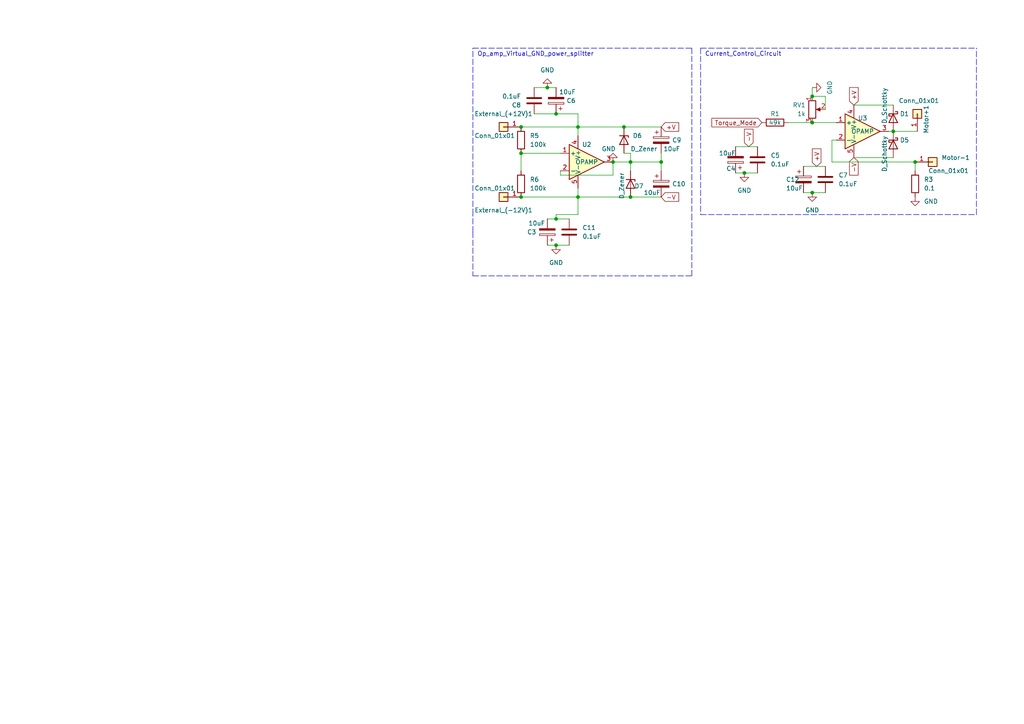
<source format=kicad_sch>
(kicad_sch (version 20211123) (generator eeschema)

  (uuid a9109c07-402d-48ae-af18-1629d75b7823)

  (paper "A4")

  (title_block
    (title "Torque_Control_Motor")
    (date "2022-06-20")
    (company "Mitacs")
  )

  (lib_symbols
    (symbol "Connector_Generic:Conn_01x01" (pin_names (offset 1.016) hide) (in_bom yes) (on_board yes)
      (property "Reference" "J" (id 0) (at 0 2.54 0)
        (effects (font (size 1.27 1.27)))
      )
      (property "Value" "Conn_01x01" (id 1) (at 0 -2.54 0)
        (effects (font (size 1.27 1.27)))
      )
      (property "Footprint" "" (id 2) (at 0 0 0)
        (effects (font (size 1.27 1.27)) hide)
      )
      (property "Datasheet" "~" (id 3) (at 0 0 0)
        (effects (font (size 1.27 1.27)) hide)
      )
      (property "ki_keywords" "connector" (id 4) (at 0 0 0)
        (effects (font (size 1.27 1.27)) hide)
      )
      (property "ki_description" "Generic connector, single row, 01x01, script generated (kicad-library-utils/schlib/autogen/connector/)" (id 5) (at 0 0 0)
        (effects (font (size 1.27 1.27)) hide)
      )
      (property "ki_fp_filters" "Connector*:*_1x??_*" (id 6) (at 0 0 0)
        (effects (font (size 1.27 1.27)) hide)
      )
      (symbol "Conn_01x01_1_1"
        (rectangle (start -1.27 0.127) (end 0 -0.127)
          (stroke (width 0.1524) (type default) (color 0 0 0 0))
          (fill (type none))
        )
        (rectangle (start -1.27 1.27) (end 1.27 -1.27)
          (stroke (width 0.254) (type default) (color 0 0 0 0))
          (fill (type background))
        )
        (pin passive line (at -5.08 0 0) (length 3.81)
          (name "Pin_1" (effects (font (size 1.27 1.27))))
          (number "1" (effects (font (size 1.27 1.27))))
        )
      )
    )
    (symbol "Device:C" (pin_numbers hide) (pin_names (offset 0.254)) (in_bom yes) (on_board yes)
      (property "Reference" "C" (id 0) (at 0.635 2.54 0)
        (effects (font (size 1.27 1.27)) (justify left))
      )
      (property "Value" "C" (id 1) (at 0.635 -2.54 0)
        (effects (font (size 1.27 1.27)) (justify left))
      )
      (property "Footprint" "" (id 2) (at 0.9652 -3.81 0)
        (effects (font (size 1.27 1.27)) hide)
      )
      (property "Datasheet" "~" (id 3) (at 0 0 0)
        (effects (font (size 1.27 1.27)) hide)
      )
      (property "ki_keywords" "cap capacitor" (id 4) (at 0 0 0)
        (effects (font (size 1.27 1.27)) hide)
      )
      (property "ki_description" "Unpolarized capacitor" (id 5) (at 0 0 0)
        (effects (font (size 1.27 1.27)) hide)
      )
      (property "ki_fp_filters" "C_*" (id 6) (at 0 0 0)
        (effects (font (size 1.27 1.27)) hide)
      )
      (symbol "C_0_1"
        (polyline
          (pts
            (xy -2.032 -0.762)
            (xy 2.032 -0.762)
          )
          (stroke (width 0.508) (type default) (color 0 0 0 0))
          (fill (type none))
        )
        (polyline
          (pts
            (xy -2.032 0.762)
            (xy 2.032 0.762)
          )
          (stroke (width 0.508) (type default) (color 0 0 0 0))
          (fill (type none))
        )
      )
      (symbol "C_1_1"
        (pin passive line (at 0 3.81 270) (length 2.794)
          (name "~" (effects (font (size 1.27 1.27))))
          (number "1" (effects (font (size 1.27 1.27))))
        )
        (pin passive line (at 0 -3.81 90) (length 2.794)
          (name "~" (effects (font (size 1.27 1.27))))
          (number "2" (effects (font (size 1.27 1.27))))
        )
      )
    )
    (symbol "Device:C_Polarized" (pin_numbers hide) (pin_names (offset 0.254)) (in_bom yes) (on_board yes)
      (property "Reference" "C" (id 0) (at 0.635 2.54 0)
        (effects (font (size 1.27 1.27)) (justify left))
      )
      (property "Value" "C_Polarized" (id 1) (at 0.635 -2.54 0)
        (effects (font (size 1.27 1.27)) (justify left))
      )
      (property "Footprint" "" (id 2) (at 0.9652 -3.81 0)
        (effects (font (size 1.27 1.27)) hide)
      )
      (property "Datasheet" "~" (id 3) (at 0 0 0)
        (effects (font (size 1.27 1.27)) hide)
      )
      (property "ki_keywords" "cap capacitor" (id 4) (at 0 0 0)
        (effects (font (size 1.27 1.27)) hide)
      )
      (property "ki_description" "Polarized capacitor" (id 5) (at 0 0 0)
        (effects (font (size 1.27 1.27)) hide)
      )
      (property "ki_fp_filters" "CP_*" (id 6) (at 0 0 0)
        (effects (font (size 1.27 1.27)) hide)
      )
      (symbol "C_Polarized_0_1"
        (rectangle (start -2.286 0.508) (end 2.286 1.016)
          (stroke (width 0) (type default) (color 0 0 0 0))
          (fill (type none))
        )
        (polyline
          (pts
            (xy -1.778 2.286)
            (xy -0.762 2.286)
          )
          (stroke (width 0) (type default) (color 0 0 0 0))
          (fill (type none))
        )
        (polyline
          (pts
            (xy -1.27 2.794)
            (xy -1.27 1.778)
          )
          (stroke (width 0) (type default) (color 0 0 0 0))
          (fill (type none))
        )
        (rectangle (start 2.286 -0.508) (end -2.286 -1.016)
          (stroke (width 0) (type default) (color 0 0 0 0))
          (fill (type outline))
        )
      )
      (symbol "C_Polarized_1_1"
        (pin passive line (at 0 3.81 270) (length 2.794)
          (name "~" (effects (font (size 1.27 1.27))))
          (number "1" (effects (font (size 1.27 1.27))))
        )
        (pin passive line (at 0 -3.81 90) (length 2.794)
          (name "~" (effects (font (size 1.27 1.27))))
          (number "2" (effects (font (size 1.27 1.27))))
        )
      )
    )
    (symbol "Device:D_Schottky" (pin_numbers hide) (pin_names (offset 1.016) hide) (in_bom yes) (on_board yes)
      (property "Reference" "D" (id 0) (at 0 2.54 0)
        (effects (font (size 1.27 1.27)))
      )
      (property "Value" "D_Schottky" (id 1) (at 0 -2.54 0)
        (effects (font (size 1.27 1.27)))
      )
      (property "Footprint" "" (id 2) (at 0 0 0)
        (effects (font (size 1.27 1.27)) hide)
      )
      (property "Datasheet" "~" (id 3) (at 0 0 0)
        (effects (font (size 1.27 1.27)) hide)
      )
      (property "ki_keywords" "diode Schottky" (id 4) (at 0 0 0)
        (effects (font (size 1.27 1.27)) hide)
      )
      (property "ki_description" "Schottky diode" (id 5) (at 0 0 0)
        (effects (font (size 1.27 1.27)) hide)
      )
      (property "ki_fp_filters" "TO-???* *_Diode_* *SingleDiode* D_*" (id 6) (at 0 0 0)
        (effects (font (size 1.27 1.27)) hide)
      )
      (symbol "D_Schottky_0_1"
        (polyline
          (pts
            (xy 1.27 0)
            (xy -1.27 0)
          )
          (stroke (width 0) (type default) (color 0 0 0 0))
          (fill (type none))
        )
        (polyline
          (pts
            (xy 1.27 1.27)
            (xy 1.27 -1.27)
            (xy -1.27 0)
            (xy 1.27 1.27)
          )
          (stroke (width 0.254) (type default) (color 0 0 0 0))
          (fill (type none))
        )
        (polyline
          (pts
            (xy -1.905 0.635)
            (xy -1.905 1.27)
            (xy -1.27 1.27)
            (xy -1.27 -1.27)
            (xy -0.635 -1.27)
            (xy -0.635 -0.635)
          )
          (stroke (width 0.254) (type default) (color 0 0 0 0))
          (fill (type none))
        )
      )
      (symbol "D_Schottky_1_1"
        (pin passive line (at -3.81 0 0) (length 2.54)
          (name "K" (effects (font (size 1.27 1.27))))
          (number "1" (effects (font (size 1.27 1.27))))
        )
        (pin passive line (at 3.81 0 180) (length 2.54)
          (name "A" (effects (font (size 1.27 1.27))))
          (number "2" (effects (font (size 1.27 1.27))))
        )
      )
    )
    (symbol "Device:D_Zener" (pin_numbers hide) (pin_names (offset 1.016) hide) (in_bom yes) (on_board yes)
      (property "Reference" "D" (id 0) (at 0 2.54 0)
        (effects (font (size 1.27 1.27)))
      )
      (property "Value" "D_Zener" (id 1) (at 0 -2.54 0)
        (effects (font (size 1.27 1.27)))
      )
      (property "Footprint" "" (id 2) (at 0 0 0)
        (effects (font (size 1.27 1.27)) hide)
      )
      (property "Datasheet" "~" (id 3) (at 0 0 0)
        (effects (font (size 1.27 1.27)) hide)
      )
      (property "ki_keywords" "diode" (id 4) (at 0 0 0)
        (effects (font (size 1.27 1.27)) hide)
      )
      (property "ki_description" "Zener diode" (id 5) (at 0 0 0)
        (effects (font (size 1.27 1.27)) hide)
      )
      (property "ki_fp_filters" "TO-???* *_Diode_* *SingleDiode* D_*" (id 6) (at 0 0 0)
        (effects (font (size 1.27 1.27)) hide)
      )
      (symbol "D_Zener_0_1"
        (polyline
          (pts
            (xy 1.27 0)
            (xy -1.27 0)
          )
          (stroke (width 0) (type default) (color 0 0 0 0))
          (fill (type none))
        )
        (polyline
          (pts
            (xy -1.27 -1.27)
            (xy -1.27 1.27)
            (xy -0.762 1.27)
          )
          (stroke (width 0.254) (type default) (color 0 0 0 0))
          (fill (type none))
        )
        (polyline
          (pts
            (xy 1.27 -1.27)
            (xy 1.27 1.27)
            (xy -1.27 0)
            (xy 1.27 -1.27)
          )
          (stroke (width 0.254) (type default) (color 0 0 0 0))
          (fill (type none))
        )
      )
      (symbol "D_Zener_1_1"
        (pin passive line (at -3.81 0 0) (length 2.54)
          (name "K" (effects (font (size 1.27 1.27))))
          (number "1" (effects (font (size 1.27 1.27))))
        )
        (pin passive line (at 3.81 0 180) (length 2.54)
          (name "A" (effects (font (size 1.27 1.27))))
          (number "2" (effects (font (size 1.27 1.27))))
        )
      )
    )
    (symbol "Device:R" (pin_numbers hide) (pin_names (offset 0)) (in_bom yes) (on_board yes)
      (property "Reference" "R" (id 0) (at 2.032 0 90)
        (effects (font (size 1.27 1.27)))
      )
      (property "Value" "R" (id 1) (at 0 0 90)
        (effects (font (size 1.27 1.27)))
      )
      (property "Footprint" "" (id 2) (at -1.778 0 90)
        (effects (font (size 1.27 1.27)) hide)
      )
      (property "Datasheet" "~" (id 3) (at 0 0 0)
        (effects (font (size 1.27 1.27)) hide)
      )
      (property "ki_keywords" "R res resistor" (id 4) (at 0 0 0)
        (effects (font (size 1.27 1.27)) hide)
      )
      (property "ki_description" "Resistor" (id 5) (at 0 0 0)
        (effects (font (size 1.27 1.27)) hide)
      )
      (property "ki_fp_filters" "R_*" (id 6) (at 0 0 0)
        (effects (font (size 1.27 1.27)) hide)
      )
      (symbol "R_0_1"
        (rectangle (start -1.016 -2.54) (end 1.016 2.54)
          (stroke (width 0.254) (type default) (color 0 0 0 0))
          (fill (type none))
        )
      )
      (symbol "R_1_1"
        (pin passive line (at 0 3.81 270) (length 1.27)
          (name "~" (effects (font (size 1.27 1.27))))
          (number "1" (effects (font (size 1.27 1.27))))
        )
        (pin passive line (at 0 -3.81 90) (length 1.27)
          (name "~" (effects (font (size 1.27 1.27))))
          (number "2" (effects (font (size 1.27 1.27))))
        )
      )
    )
    (symbol "Device:R_Potentiometer" (pin_names (offset 1.016) hide) (in_bom yes) (on_board yes)
      (property "Reference" "RV" (id 0) (at -4.445 0 90)
        (effects (font (size 1.27 1.27)))
      )
      (property "Value" "R_Potentiometer" (id 1) (at -2.54 0 90)
        (effects (font (size 1.27 1.27)))
      )
      (property "Footprint" "" (id 2) (at 0 0 0)
        (effects (font (size 1.27 1.27)) hide)
      )
      (property "Datasheet" "~" (id 3) (at 0 0 0)
        (effects (font (size 1.27 1.27)) hide)
      )
      (property "ki_keywords" "resistor variable" (id 4) (at 0 0 0)
        (effects (font (size 1.27 1.27)) hide)
      )
      (property "ki_description" "Potentiometer" (id 5) (at 0 0 0)
        (effects (font (size 1.27 1.27)) hide)
      )
      (property "ki_fp_filters" "Potentiometer*" (id 6) (at 0 0 0)
        (effects (font (size 1.27 1.27)) hide)
      )
      (symbol "R_Potentiometer_0_1"
        (polyline
          (pts
            (xy 2.54 0)
            (xy 1.524 0)
          )
          (stroke (width 0) (type default) (color 0 0 0 0))
          (fill (type none))
        )
        (polyline
          (pts
            (xy 1.143 0)
            (xy 2.286 0.508)
            (xy 2.286 -0.508)
            (xy 1.143 0)
          )
          (stroke (width 0) (type default) (color 0 0 0 0))
          (fill (type outline))
        )
        (rectangle (start 1.016 2.54) (end -1.016 -2.54)
          (stroke (width 0.254) (type default) (color 0 0 0 0))
          (fill (type none))
        )
      )
      (symbol "R_Potentiometer_1_1"
        (pin passive line (at 0 3.81 270) (length 1.27)
          (name "1" (effects (font (size 1.27 1.27))))
          (number "1" (effects (font (size 1.27 1.27))))
        )
        (pin passive line (at 3.81 0 180) (length 1.27)
          (name "2" (effects (font (size 1.27 1.27))))
          (number "2" (effects (font (size 1.27 1.27))))
        )
        (pin passive line (at 0 -3.81 90) (length 1.27)
          (name "3" (effects (font (size 1.27 1.27))))
          (number "3" (effects (font (size 1.27 1.27))))
        )
      )
    )
    (symbol "power:GND" (power) (pin_names (offset 0)) (in_bom yes) (on_board yes)
      (property "Reference" "#PWR" (id 0) (at 0 -6.35 0)
        (effects (font (size 1.27 1.27)) hide)
      )
      (property "Value" "GND" (id 1) (at 0 -3.81 0)
        (effects (font (size 1.27 1.27)))
      )
      (property "Footprint" "" (id 2) (at 0 0 0)
        (effects (font (size 1.27 1.27)) hide)
      )
      (property "Datasheet" "" (id 3) (at 0 0 0)
        (effects (font (size 1.27 1.27)) hide)
      )
      (property "ki_keywords" "power-flag" (id 4) (at 0 0 0)
        (effects (font (size 1.27 1.27)) hide)
      )
      (property "ki_description" "Power symbol creates a global label with name \"GND\" , ground" (id 5) (at 0 0 0)
        (effects (font (size 1.27 1.27)) hide)
      )
      (symbol "GND_0_1"
        (polyline
          (pts
            (xy 0 0)
            (xy 0 -1.27)
            (xy 1.27 -1.27)
            (xy 0 -2.54)
            (xy -1.27 -1.27)
            (xy 0 -1.27)
          )
          (stroke (width 0) (type default) (color 0 0 0 0))
          (fill (type none))
        )
      )
      (symbol "GND_1_1"
        (pin power_in line (at 0 0 270) (length 0) hide
          (name "GND" (effects (font (size 1.27 1.27))))
          (number "1" (effects (font (size 1.27 1.27))))
        )
      )
    )
    (symbol "pspice:OPAMP" (pin_names (offset 0.254)) (in_bom yes) (on_board yes)
      (property "Reference" "U" (id 0) (at 3.81 3.175 0)
        (effects (font (size 1.27 1.27)) (justify left))
      )
      (property "Value" "OPAMP" (id 1) (at 3.81 -3.175 0)
        (effects (font (size 1.27 1.27)) (justify left))
      )
      (property "Footprint" "" (id 2) (at 0 0 0)
        (effects (font (size 1.27 1.27)) hide)
      )
      (property "Datasheet" "~" (id 3) (at 0 0 0)
        (effects (font (size 1.27 1.27)) hide)
      )
      (property "ki_keywords" "simulation" (id 4) (at 0 0 0)
        (effects (font (size 1.27 1.27)) hide)
      )
      (property "ki_description" "OPAmp symbol for simulation only" (id 5) (at 0 0 0)
        (effects (font (size 1.27 1.27)) hide)
      )
      (symbol "OPAMP_0_1"
        (polyline
          (pts
            (xy 5.08 0)
            (xy -5.08 5.08)
            (xy -5.08 -5.08)
            (xy 5.08 0)
          )
          (stroke (width 0.254) (type default) (color 0 0 0 0))
          (fill (type background))
        )
      )
      (symbol "OPAMP_1_1"
        (pin input line (at -7.62 2.54 0) (length 2.54)
          (name "+" (effects (font (size 1.27 1.27))))
          (number "1" (effects (font (size 1.27 1.27))))
        )
        (pin input line (at -7.62 -2.54 0) (length 2.54)
          (name "-" (effects (font (size 1.27 1.27))))
          (number "2" (effects (font (size 1.27 1.27))))
        )
        (pin output line (at 7.62 0 180) (length 2.54)
          (name "~" (effects (font (size 1.27 1.27))))
          (number "3" (effects (font (size 1.27 1.27))))
        )
        (pin power_in line (at -2.54 7.62 270) (length 3.81)
          (name "V+" (effects (font (size 1.27 1.27))))
          (number "4" (effects (font (size 1.27 1.27))))
        )
        (pin power_in line (at -2.54 -7.62 90) (length 3.81)
          (name "V-" (effects (font (size 1.27 1.27))))
          (number "5" (effects (font (size 1.27 1.27))))
        )
      )
    )
  )

  (junction (at 161.29 71.12) (diameter 0) (color 0 0 0 0)
    (uuid 0239a370-8370-49df-86cf-43d93c7ca6b2)
  )
  (junction (at 265.43 46.99) (diameter 0) (color 0 0 0 0)
    (uuid 061aa887-189d-4176-9fa0-e20fd66430b3)
  )
  (junction (at 177.8 46.99) (diameter 0) (color 0 0 0 0)
    (uuid 075529d0-9e3e-4e78-838f-9b6861360bf8)
  )
  (junction (at 191.77 46.99) (diameter 0) (color 0 0 0 0)
    (uuid 23084b18-1a33-4889-acd7-b8d05bfd3972)
  )
  (junction (at 151.13 57.15) (diameter 0) (color 0 0 0 0)
    (uuid 37780c63-3935-433c-97c9-2a4a998b7d45)
  )
  (junction (at 215.9 50.165) (diameter 0) (color 0 0 0 0)
    (uuid 423bee6c-3972-44c0-a3df-a11f98d8465e)
  )
  (junction (at 161.29 63.5) (diameter 0) (color 0 0 0 0)
    (uuid 4bb63135-d4ce-4653-b5c4-3f69b21660ec)
  )
  (junction (at 182.88 46.99) (diameter 0) (color 0 0 0 0)
    (uuid 4c071f83-3ca0-40e5-bcb9-7b1e0eea3d17)
  )
  (junction (at 151.13 36.83) (diameter 0) (color 0 0 0 0)
    (uuid 57d55d7e-b909-4fb7-a265-5dee657310c5)
  )
  (junction (at 167.64 36.83) (diameter 0) (color 0 0 0 0)
    (uuid 5986842f-5317-405d-bb7e-3028f9e1107f)
  )
  (junction (at 167.64 57.15) (diameter 0) (color 0 0 0 0)
    (uuid 5a74371d-f179-4fb9-810a-f87e3b1c7089)
  )
  (junction (at 151.13 44.45) (diameter 0) (color 0 0 0 0)
    (uuid 814c903d-d13f-40a8-b471-ab96fab2569c)
  )
  (junction (at 235.585 35.56) (diameter 0) (color 0 0 0 0)
    (uuid 99947000-7752-4687-a483-acb8f7fd5b50)
  )
  (junction (at 161.29 33.02) (diameter 0) (color 0 0 0 0)
    (uuid b3fa6d0d-2771-4ffe-9249-916508c49b62)
  )
  (junction (at 180.975 36.83) (diameter 0) (color 0 0 0 0)
    (uuid b9478ecd-78b5-4887-b778-d499f3df3b74)
  )
  (junction (at 235.585 27.94) (diameter 0) (color 0 0 0 0)
    (uuid bc2178de-766a-4029-b104-6f932e9ff234)
  )
  (junction (at 182.88 57.15) (diameter 0) (color 0 0 0 0)
    (uuid dbd3a74d-7bca-4520-82fd-3f3488de6649)
  )
  (junction (at 235.585 55.88) (diameter 0) (color 0 0 0 0)
    (uuid e657d2fa-28a5-463e-9614-89785ef0ad25)
  )
  (junction (at 259.08 38.1) (diameter 0) (color 0 0 0 0)
    (uuid e9b55545-9152-4aad-ae03-8eb49037b0fb)
  )
  (junction (at 158.75 25.4) (diameter 0) (color 0 0 0 0)
    (uuid eeb16fd2-5af6-4a58-828a-34ff4ed626a2)
  )

  (wire (pts (xy 191.77 46.99) (xy 191.77 44.45))
    (stroke (width 0) (type default) (color 0 0 0 0))
    (uuid 039a81ac-9463-4f7c-8dbc-d6caa6a10df0)
  )
  (wire (pts (xy 167.64 33.02) (xy 167.64 36.83))
    (stroke (width 0) (type default) (color 0 0 0 0))
    (uuid 096f8076-a55f-4ac4-bf96-c8fd9567802f)
  )
  (wire (pts (xy 180.975 44.45) (xy 182.88 44.45))
    (stroke (width 0) (type default) (color 0 0 0 0))
    (uuid 09895465-efff-4159-89bf-2a5a66ffedf0)
  )
  (polyline (pts (xy 137.16 80.01) (xy 200.66 80.01))
    (stroke (width 0) (type default) (color 0 0 0 0))
    (uuid 163d79da-8c55-40c7-bac2-72719ab8a606)
  )

  (wire (pts (xy 233.045 55.88) (xy 235.585 55.88))
    (stroke (width 0) (type default) (color 0 0 0 0))
    (uuid 19326e02-250d-41b7-8318-7c37801c3b66)
  )
  (polyline (pts (xy 137.16 67.31) (xy 137.16 80.01))
    (stroke (width 0) (type default) (color 0 0 0 0))
    (uuid 1b1deb30-be3f-46fa-a6bc-3c8ccec19189)
  )

  (wire (pts (xy 265.43 46.99) (xy 265.43 49.53))
    (stroke (width 0) (type default) (color 0 0 0 0))
    (uuid 1b9c6c75-0bef-4a28-8cb3-402446db9422)
  )
  (polyline (pts (xy 203.2 13.97) (xy 203.2 62.23))
    (stroke (width 0) (type default) (color 0 0 0 0))
    (uuid 225d9bfb-7293-46e2-b2f9-5ed9ec254f25)
  )
  (polyline (pts (xy 137.16 67.31) (xy 137.16 62.23))
    (stroke (width 0) (type default) (color 0 0 0 0))
    (uuid 2896395f-2ac6-420b-ab2c-e8103a26b4a2)
  )

  (wire (pts (xy 161.29 71.12) (xy 165.1 71.12))
    (stroke (width 0) (type default) (color 0 0 0 0))
    (uuid 31f77273-3d6a-42e9-9737-2de720aea51b)
  )
  (wire (pts (xy 228.6 35.56) (xy 235.585 35.56))
    (stroke (width 0) (type default) (color 0 0 0 0))
    (uuid 33338fc3-8b7d-40aa-84d1-d0bbfdd9a17a)
  )
  (wire (pts (xy 182.88 46.99) (xy 191.77 46.99))
    (stroke (width 0) (type default) (color 0 0 0 0))
    (uuid 3edcf99b-4590-4a27-9385-c4af41062ddc)
  )
  (wire (pts (xy 177.8 50.8) (xy 162.56 50.8))
    (stroke (width 0) (type default) (color 0 0 0 0))
    (uuid 441960aa-4825-4d0b-b513-7e0477992aac)
  )
  (wire (pts (xy 177.8 46.99) (xy 177.8 50.8))
    (stroke (width 0) (type default) (color 0 0 0 0))
    (uuid 48152257-01b8-4b71-9fd0-428ed51f4934)
  )
  (wire (pts (xy 167.64 57.15) (xy 167.64 62.23))
    (stroke (width 0) (type default) (color 0 0 0 0))
    (uuid 4af1a931-7d6b-4452-906a-8deebf44f43f)
  )
  (wire (pts (xy 182.88 49.53) (xy 182.88 46.99))
    (stroke (width 0) (type default) (color 0 0 0 0))
    (uuid 51247aad-50a3-4277-8ff8-017e020a5719)
  )
  (wire (pts (xy 247.65 30.48) (xy 259.08 30.48))
    (stroke (width 0) (type default) (color 0 0 0 0))
    (uuid 54553c81-9014-47fa-b135-ea70cd196a31)
  )
  (wire (pts (xy 161.29 25.4) (xy 158.75 25.4))
    (stroke (width 0) (type default) (color 0 0 0 0))
    (uuid 54cf72dc-bcf2-4e3f-a0d0-0381ef5a6408)
  )
  (wire (pts (xy 241.3 46.99) (xy 265.43 46.99))
    (stroke (width 0) (type default) (color 0 0 0 0))
    (uuid 5a1c31ef-bb5e-4572-8302-bb807d3c21bc)
  )
  (wire (pts (xy 167.64 54.61) (xy 167.64 57.15))
    (stroke (width 0) (type default) (color 0 0 0 0))
    (uuid 5b09410c-3181-4405-9c65-ab3d915d51b7)
  )
  (wire (pts (xy 167.64 36.83) (xy 167.64 39.37))
    (stroke (width 0) (type default) (color 0 0 0 0))
    (uuid 5d702163-f1cb-42a9-b555-1abc47be9f6d)
  )
  (wire (pts (xy 182.88 57.15) (xy 191.77 57.15))
    (stroke (width 0) (type default) (color 0 0 0 0))
    (uuid 5e0036bb-e2f5-4f21-a438-3c801052cd22)
  )
  (wire (pts (xy 191.77 46.99) (xy 191.77 49.53))
    (stroke (width 0) (type default) (color 0 0 0 0))
    (uuid 65d0b79f-36c4-4498-8574-e12b9e961c4f)
  )
  (wire (pts (xy 241.3 40.64) (xy 241.3 46.99))
    (stroke (width 0) (type default) (color 0 0 0 0))
    (uuid 67f3198b-0c7f-4bc0-b3c2-5e007cc7dd17)
  )
  (wire (pts (xy 167.64 57.15) (xy 182.88 57.15))
    (stroke (width 0) (type default) (color 0 0 0 0))
    (uuid 6b09261e-72ad-4b5d-bc8f-9db9e876ba5a)
  )
  (wire (pts (xy 235.585 35.56) (xy 242.57 35.56))
    (stroke (width 0) (type default) (color 0 0 0 0))
    (uuid 78d43cbe-343c-43bd-acdc-93fde639ada6)
  )
  (wire (pts (xy 154.94 33.02) (xy 161.29 33.02))
    (stroke (width 0) (type default) (color 0 0 0 0))
    (uuid 7d0bd2e1-2eb5-43a4-9fa9-853fdd505732)
  )
  (wire (pts (xy 161.29 33.02) (xy 167.64 33.02))
    (stroke (width 0) (type default) (color 0 0 0 0))
    (uuid 8229dd78-3e98-4850-9b82-ecb1ae56f403)
  )
  (wire (pts (xy 182.88 44.45) (xy 182.88 46.99))
    (stroke (width 0) (type default) (color 0 0 0 0))
    (uuid 82c5b799-ddcc-499d-becc-b1cdbbfc4def)
  )
  (wire (pts (xy 235.585 55.88) (xy 239.395 55.88))
    (stroke (width 0) (type default) (color 0 0 0 0))
    (uuid 863cff23-bd3a-4578-8114-cd8aafcc6018)
  )
  (wire (pts (xy 247.65 45.72) (xy 259.08 45.72))
    (stroke (width 0) (type default) (color 0 0 0 0))
    (uuid 8a73b4d6-2b70-4009-940d-072e5f63bcbf)
  )
  (wire (pts (xy 158.75 25.4) (xy 154.94 25.4))
    (stroke (width 0) (type default) (color 0 0 0 0))
    (uuid 8b3971ac-52b1-4b46-bc9a-873ac3bc7039)
  )
  (wire (pts (xy 177.8 46.99) (xy 182.88 46.99))
    (stroke (width 0) (type default) (color 0 0 0 0))
    (uuid 8e08f615-e956-4a78-93fa-6175748055e2)
  )
  (wire (pts (xy 158.75 71.12) (xy 161.29 71.12))
    (stroke (width 0) (type default) (color 0 0 0 0))
    (uuid 947288b1-97b7-4da8-8d1f-a99eb21eede7)
  )
  (polyline (pts (xy 137.16 62.23) (xy 137.16 13.97))
    (stroke (width 0) (type default) (color 0 0 0 0))
    (uuid 9a7c72f5-e7d8-431d-a06f-683a40a67ab3)
  )

  (wire (pts (xy 162.56 50.8) (xy 162.56 49.53))
    (stroke (width 0) (type default) (color 0 0 0 0))
    (uuid 9d86d4c4-aa05-4ea7-8b88-0ca2d174636e)
  )
  (wire (pts (xy 151.13 44.45) (xy 151.13 49.53))
    (stroke (width 0) (type default) (color 0 0 0 0))
    (uuid a01d9f6d-0103-443d-80eb-77dcb283735d)
  )
  (wire (pts (xy 161.29 63.5) (xy 165.1 63.5))
    (stroke (width 0) (type default) (color 0 0 0 0))
    (uuid a3148f15-7c6a-44a2-9910-5205bab866a2)
  )
  (wire (pts (xy 151.13 36.83) (xy 167.64 36.83))
    (stroke (width 0) (type default) (color 0 0 0 0))
    (uuid a4bdc26d-7dbc-4644-8bef-ade8766428dd)
  )
  (wire (pts (xy 161.29 62.23) (xy 161.29 63.5))
    (stroke (width 0) (type default) (color 0 0 0 0))
    (uuid aa99d4e1-f23d-4c1c-9d5e-acbc21b66cc9)
  )
  (wire (pts (xy 213.36 50.165) (xy 215.9 50.165))
    (stroke (width 0) (type default) (color 0 0 0 0))
    (uuid ac538ee8-c2c7-454a-92fd-e8f0aa114aff)
  )
  (wire (pts (xy 257.81 38.1) (xy 259.08 38.1))
    (stroke (width 0) (type default) (color 0 0 0 0))
    (uuid b34405e7-264c-4b24-8ed0-cca483f7f39d)
  )
  (wire (pts (xy 151.13 44.45) (xy 162.56 44.45))
    (stroke (width 0) (type default) (color 0 0 0 0))
    (uuid b5a7ef13-0687-4358-93e5-869fee961ea4)
  )
  (polyline (pts (xy 200.66 62.23) (xy 200.66 67.31))
    (stroke (width 0) (type default) (color 0 0 0 0))
    (uuid b8b23c8c-cf4a-468e-baa2-f7b88cc406fb)
  )
  (polyline (pts (xy 203.2 62.23) (xy 283.21 62.23))
    (stroke (width 0) (type default) (color 0 0 0 0))
    (uuid b8d95a00-80b9-4700-989c-3d96a37b7dc3)
  )

  (wire (pts (xy 180.975 36.83) (xy 191.77 36.83))
    (stroke (width 0) (type default) (color 0 0 0 0))
    (uuid bbf7b856-cac8-49dc-a9d9-1e21880af62a)
  )
  (wire (pts (xy 151.13 57.15) (xy 167.64 57.15))
    (stroke (width 0) (type default) (color 0 0 0 0))
    (uuid bcf9ae6d-a07f-4923-b686-53f872fa60fd)
  )
  (polyline (pts (xy 137.16 13.97) (xy 200.66 13.97))
    (stroke (width 0) (type default) (color 0 0 0 0))
    (uuid bdf052b0-0716-4051-a1c0-19e0e47c1882)
  )
  (polyline (pts (xy 283.21 62.23) (xy 283.21 13.97))
    (stroke (width 0) (type default) (color 0 0 0 0))
    (uuid beb8ec57-cbf2-4fdc-9e10-b23e58c89728)
  )

  (wire (pts (xy 215.9 50.165) (xy 219.71 50.165))
    (stroke (width 0) (type default) (color 0 0 0 0))
    (uuid ca231ed7-e4ce-485c-a65e-6f3bc330a781)
  )
  (wire (pts (xy 259.08 38.1) (xy 266.065 38.1))
    (stroke (width 0) (type default) (color 0 0 0 0))
    (uuid d0dba2df-df7a-4030-9129-e0ea1309a21c)
  )
  (polyline (pts (xy 200.66 13.97) (xy 200.66 62.23))
    (stroke (width 0) (type default) (color 0 0 0 0))
    (uuid d2a75057-18dd-4d22-9b8a-27c481294fb8)
  )

  (wire (pts (xy 213.36 42.545) (xy 219.71 42.545))
    (stroke (width 0) (type default) (color 0 0 0 0))
    (uuid d6746dff-9399-4a9a-a8c8-8ad06f39075d)
  )
  (wire (pts (xy 242.57 40.64) (xy 241.3 40.64))
    (stroke (width 0) (type default) (color 0 0 0 0))
    (uuid d9a80469-1fe6-4360-8d7e-e0f7c59cbb34)
  )
  (wire (pts (xy 235.585 25.4) (xy 235.585 27.94))
    (stroke (width 0) (type default) (color 0 0 0 0))
    (uuid db3f3a4d-4fc0-4d8d-b4a4-92182b3d2ac4)
  )
  (polyline (pts (xy 200.66 80.01) (xy 200.66 67.31))
    (stroke (width 0) (type default) (color 0 0 0 0))
    (uuid dd4e136a-531b-4e6b-a6db-cafacb50dcf8)
  )
  (polyline (pts (xy 203.2 13.97) (xy 283.21 13.97))
    (stroke (width 0) (type default) (color 0 0 0 0))
    (uuid e3e73621-49f1-4dc1-8a82-455c0c9ae666)
  )

  (wire (pts (xy 167.64 36.83) (xy 180.975 36.83))
    (stroke (width 0) (type default) (color 0 0 0 0))
    (uuid e4dd360e-6145-44a2-ad76-5f1229912b0a)
  )
  (wire (pts (xy 167.64 62.23) (xy 161.29 62.23))
    (stroke (width 0) (type default) (color 0 0 0 0))
    (uuid eb45486e-8b40-44cf-941e-6ccf984dbfbc)
  )
  (wire (pts (xy 239.395 31.75) (xy 239.395 27.94))
    (stroke (width 0) (type default) (color 0 0 0 0))
    (uuid f5a3d0a8-d084-43e2-8d0c-e053ac9287a0)
  )
  (wire (pts (xy 158.75 63.5) (xy 161.29 63.5))
    (stroke (width 0) (type default) (color 0 0 0 0))
    (uuid f99d8431-cc71-48b2-81e2-bed60c2ff1b1)
  )
  (wire (pts (xy 239.395 27.94) (xy 235.585 27.94))
    (stroke (width 0) (type default) (color 0 0 0 0))
    (uuid fab517bb-16fa-4a76-b4ac-dd1b1d298dc5)
  )
  (wire (pts (xy 233.045 48.26) (xy 239.395 48.26))
    (stroke (width 0) (type default) (color 0 0 0 0))
    (uuid fded6dd0-43ff-4134-a8d7-71d702c04ef5)
  )

  (text "Current_Control_Circuit\n" (at 204.47 16.51 0)
    (effects (font (size 1.27 1.27)) (justify left bottom))
    (uuid 7e8ed14a-fb9f-414e-9af5-d14c87cf41ad)
  )
  (text "Op_amp_Virtual_GND_power_splitter\n" (at 138.43 16.51 0)
    (effects (font (size 1.27 1.27)) (justify left bottom))
    (uuid 87d4d9fa-673d-4d71-bf16-bd16c91f7b58)
  )

  (global_label "+V" (shape input) (at 247.65 30.48 90) (fields_autoplaced)
    (effects (font (size 1.27 1.27)) (justify left))
    (uuid 06c21aed-99f0-498a-9967-313798f94ec2)
    (property "Intersheet References" "${INTERSHEET_REFS}" (id 0) (at 247.5706 25.4059 90)
      (effects (font (size 1.27 1.27)) (justify left) hide)
    )
  )
  (global_label "Torque_Mode" (shape input) (at 220.98 35.56 180) (fields_autoplaced)
    (effects (font (size 1.27 1.27)) (justify right))
    (uuid 2f9277a1-a819-406b-a0f6-bb5860f8542c)
    (property "Intersheet References" "${INTERSHEET_REFS}" (id 0) (at 206.4717 35.4806 0)
      (effects (font (size 1.27 1.27)) (justify right) hide)
    )
  )
  (global_label "-V" (shape input) (at 191.77 57.15 0) (fields_autoplaced)
    (effects (font (size 1.27 1.27)) (justify left))
    (uuid 6fb5ac7a-f563-44eb-ba4c-ffd9f70e6110)
    (property "Intersheet References" "${INTERSHEET_REFS}" (id 0) (at 196.8441 57.2294 0)
      (effects (font (size 1.27 1.27)) (justify left) hide)
    )
  )
  (global_label "-V" (shape input) (at 247.65 45.72 270) (fields_autoplaced)
    (effects (font (size 1.27 1.27)) (justify right))
    (uuid 897cb85d-9023-4c6a-b2c6-48d3b5580200)
    (property "Intersheet References" "${INTERSHEET_REFS}" (id 0) (at 247.5706 50.7941 90)
      (effects (font (size 1.27 1.27)) (justify right) hide)
    )
  )
  (global_label "+V" (shape input) (at 191.77 36.83 0) (fields_autoplaced)
    (effects (font (size 1.27 1.27)) (justify left))
    (uuid a0fe23c8-5656-49c6-93c8-f790013d1b7e)
    (property "Intersheet References" "${INTERSHEET_REFS}" (id 0) (at 196.8441 36.7506 0)
      (effects (font (size 1.27 1.27)) (justify left) hide)
    )
  )
  (global_label "-V" (shape input) (at 217.17 42.545 90) (fields_autoplaced)
    (effects (font (size 1.27 1.27)) (justify left))
    (uuid d450511a-2927-4885-b842-1d6a2412fb5f)
    (property "Intersheet References" "${INTERSHEET_REFS}" (id 0) (at 217.2494 37.4709 90)
      (effects (font (size 1.27 1.27)) (justify left) hide)
    )
  )
  (global_label "+V" (shape input) (at 236.855 48.26 90) (fields_autoplaced)
    (effects (font (size 1.27 1.27)) (justify left))
    (uuid f32e5b1c-6d41-4b60-a4ab-ae5daf97b5ef)
    (property "Intersheet References" "${INTERSHEET_REFS}" (id 0) (at 236.7756 43.1859 90)
      (effects (font (size 1.27 1.27)) (justify left) hide)
    )
  )

  (symbol (lib_id "pspice:OPAMP") (at 170.18 46.99 0) (unit 1)
    (in_bom yes) (on_board yes)
    (uuid 00e7bcd6-e229-4a2c-81f1-04731484423d)
    (property "Reference" "U2" (id 0) (at 170.18 41.91 0))
    (property "Value" "OPAMP" (id 1) (at 170.18 46.99 0))
    (property "Footprint" "Package_TO_SOT_SMD:TO-263-5_TabPin6" (id 2) (at 170.18 46.99 0)
      (effects (font (size 1.27 1.27)) hide)
    )
    (property "Datasheet" "~" (id 3) (at 170.18 46.99 0)
      (effects (font (size 1.27 1.27)) hide)
    )
    (pin "1" (uuid 05577bee-e314-48f9-9118-57418e08c422))
    (pin "2" (uuid 23b14a3a-f5c8-41f9-a162-0a205da8bfde))
    (pin "3" (uuid 6243c97a-9773-4eca-a4da-5792398a12b6))
    (pin "4" (uuid 0eb7bc47-6bb2-4de6-8df2-cfe2762e93c2))
    (pin "5" (uuid ba1dbc92-4e7c-4353-8a9b-9096809f171c))
  )

  (symbol (lib_id "Device:C") (at 219.71 46.355 0) (unit 1)
    (in_bom yes) (on_board yes) (fields_autoplaced)
    (uuid 00ed8459-09cd-40df-a9c9-b7946472df23)
    (property "Reference" "C5" (id 0) (at 223.52 45.0849 0)
      (effects (font (size 1.27 1.27)) (justify left))
    )
    (property "Value" "0.1uF" (id 1) (at 223.52 47.6249 0)
      (effects (font (size 1.27 1.27)) (justify left))
    )
    (property "Footprint" "Capacitor_SMD:C_0603_1608Metric" (id 2) (at 220.6752 50.165 0)
      (effects (font (size 1.27 1.27)) hide)
    )
    (property "Datasheet" "~" (id 3) (at 219.71 46.355 0)
      (effects (font (size 1.27 1.27)) hide)
    )
    (pin "1" (uuid 7c8df273-f239-405f-aed6-1d8267bad3de))
    (pin "2" (uuid 4a432a9b-ae90-4706-886b-667d5ff8720c))
  )

  (symbol (lib_id "Device:D_Schottky") (at 259.08 41.91 270) (unit 1)
    (in_bom yes) (on_board yes)
    (uuid 07823cea-d1f4-49ec-95c1-60c21ca34189)
    (property "Reference" "D5" (id 0) (at 260.985 40.64 90)
      (effects (font (size 1.27 1.27)) (justify left))
    )
    (property "Value" "D_Schottky" (id 1) (at 256.54 39.37 0)
      (effects (font (size 1.27 1.27)) (justify left))
    )
    (property "Footprint" "Diode_SMD:D_SOD-123" (id 2) (at 259.08 41.91 0)
      (effects (font (size 1.27 1.27)) hide)
    )
    (property "Datasheet" "~" (id 3) (at 259.08 41.91 0)
      (effects (font (size 1.27 1.27)) hide)
    )
    (pin "1" (uuid b3f96bf1-93b9-4197-a427-bf7385626c28))
    (pin "2" (uuid e4973d7a-81b5-49af-afcd-4935f84f1068))
  )

  (symbol (lib_id "pspice:OPAMP") (at 250.19 38.1 0) (unit 1)
    (in_bom yes) (on_board yes)
    (uuid 0ced21e0-6ebd-48ac-a00d-113b6c026a56)
    (property "Reference" "U3" (id 0) (at 250.19 34.29 0))
    (property "Value" "OPAMP" (id 1) (at 250.19 38.1 0))
    (property "Footprint" "Package_TO_SOT_SMD:TO-263-5_TabPin6" (id 2) (at 250.19 38.1 0)
      (effects (font (size 1.27 1.27)) hide)
    )
    (property "Datasheet" "~" (id 3) (at 250.19 38.1 0)
      (effects (font (size 1.27 1.27)) hide)
    )
    (pin "1" (uuid ad8e4dc9-5ccf-4f60-9639-073c1631b289))
    (pin "2" (uuid 621356fb-1d3d-4dda-a4cb-f9f783cb062d))
    (pin "3" (uuid 419bcba6-93b0-4ace-97ec-b6bd7a25d485))
    (pin "4" (uuid 386da1cd-b070-4794-a373-384167da7f4b))
    (pin "5" (uuid dc749c28-75dd-4cf9-b752-a9630c57c08e))
  )

  (symbol (lib_id "Connector_Generic:Conn_01x01") (at 270.51 46.99 0) (unit 1)
    (in_bom yes) (on_board yes)
    (uuid 14f79371-55c6-4892-ab42-5740b4c3dfef)
    (property "Reference" "Motor-1" (id 0) (at 273.05 45.7199 0)
      (effects (font (size 1.27 1.27)) (justify left))
    )
    (property "Value" "Conn_01x01" (id 1) (at 269.24 49.53 0)
      (effects (font (size 1.27 1.27)) (justify left))
    )
    (property "Footprint" "Connector_Wire:SolderWirePad_1x01_SMD_1x2mm" (id 2) (at 270.51 46.99 0)
      (effects (font (size 1.27 1.27)) hide)
    )
    (property "Datasheet" "~" (id 3) (at 270.51 46.99 0)
      (effects (font (size 1.27 1.27)) hide)
    )
    (pin "1" (uuid bcc0f566-5306-4d35-a9f5-97cf0a27f3a0))
  )

  (symbol (lib_id "power:GND") (at 235.585 55.88 0) (unit 1)
    (in_bom yes) (on_board yes) (fields_autoplaced)
    (uuid 16bcc4b0-1ab6-43bf-93c9-55a077a75946)
    (property "Reference" "#PWR0104" (id 0) (at 235.585 62.23 0)
      (effects (font (size 1.27 1.27)) hide)
    )
    (property "Value" "GND" (id 1) (at 235.585 60.96 0))
    (property "Footprint" "" (id 2) (at 235.585 55.88 0)
      (effects (font (size 1.27 1.27)) hide)
    )
    (property "Datasheet" "" (id 3) (at 235.585 55.88 0)
      (effects (font (size 1.27 1.27)) hide)
    )
    (pin "1" (uuid b0b2b821-f564-4682-95f1-daf8952e9036))
  )

  (symbol (lib_id "Device:C_Polarized") (at 191.77 40.64 0) (unit 1)
    (in_bom yes) (on_board yes)
    (uuid 1e56b15b-2583-40b9-8e0e-65e9c2f3bdd3)
    (property "Reference" "C9" (id 0) (at 194.945 40.64 0)
      (effects (font (size 1.27 1.27)) (justify left))
    )
    (property "Value" "10uF" (id 1) (at 192.405 43.18 0)
      (effects (font (size 1.27 1.27)) (justify left))
    )
    (property "Footprint" "Capacitor_Tantalum_SMD:CP_EIA-3216-18_Kemet-A" (id 2) (at 192.7352 44.45 0)
      (effects (font (size 1.27 1.27)) hide)
    )
    (property "Datasheet" "~" (id 3) (at 191.77 40.64 0)
      (effects (font (size 1.27 1.27)) hide)
    )
    (pin "1" (uuid f496fcaf-e419-4fa5-a200-968883907406))
    (pin "2" (uuid 07ec7631-6f20-4e4f-84a8-e91745b0de8f))
  )

  (symbol (lib_id "Device:C") (at 165.1 67.31 0) (unit 1)
    (in_bom yes) (on_board yes) (fields_autoplaced)
    (uuid 1e5d4147-dc1e-4dc5-9c50-7f9b11bc4a5d)
    (property "Reference" "C11" (id 0) (at 168.91 66.0399 0)
      (effects (font (size 1.27 1.27)) (justify left))
    )
    (property "Value" "0.1uF" (id 1) (at 168.91 68.5799 0)
      (effects (font (size 1.27 1.27)) (justify left))
    )
    (property "Footprint" "Capacitor_SMD:C_0603_1608Metric" (id 2) (at 166.0652 71.12 0)
      (effects (font (size 1.27 1.27)) hide)
    )
    (property "Datasheet" "~" (id 3) (at 165.1 67.31 0)
      (effects (font (size 1.27 1.27)) hide)
    )
    (pin "1" (uuid 57ed8110-05c3-4c39-b22e-2e9f480944e7))
    (pin "2" (uuid a76fc54e-8a2a-4287-97e5-a6b8d6a8c21e))
  )

  (symbol (lib_id "power:GND") (at 235.585 25.4 90) (unit 1)
    (in_bom yes) (on_board yes) (fields_autoplaced)
    (uuid 1f961ef1-32fb-479d-bb0d-5dffc3f1996c)
    (property "Reference" "#PWR02" (id 0) (at 241.935 25.4 0)
      (effects (font (size 1.27 1.27)) hide)
    )
    (property "Value" "GND" (id 1) (at 240.665 25.4 0))
    (property "Footprint" "" (id 2) (at 235.585 25.4 0)
      (effects (font (size 1.27 1.27)) hide)
    )
    (property "Datasheet" "" (id 3) (at 235.585 25.4 0)
      (effects (font (size 1.27 1.27)) hide)
    )
    (pin "1" (uuid d2f5f6a4-4c6b-4d6f-b689-1405dfe8ed47))
  )

  (symbol (lib_id "power:GND") (at 158.75 25.4 180) (unit 1)
    (in_bom yes) (on_board yes) (fields_autoplaced)
    (uuid 40b694e0-7469-4275-ae57-290c0c8edef9)
    (property "Reference" "#PWR0106" (id 0) (at 158.75 19.05 0)
      (effects (font (size 1.27 1.27)) hide)
    )
    (property "Value" "GND" (id 1) (at 158.75 20.32 0))
    (property "Footprint" "" (id 2) (at 158.75 25.4 0)
      (effects (font (size 1.27 1.27)) hide)
    )
    (property "Datasheet" "" (id 3) (at 158.75 25.4 0)
      (effects (font (size 1.27 1.27)) hide)
    )
    (pin "1" (uuid 7a7d69f0-1813-49ce-ae93-a1bcf164436b))
  )

  (symbol (lib_id "Device:D_Zener") (at 182.88 53.34 270) (unit 1)
    (in_bom yes) (on_board yes)
    (uuid 45d31a92-fdde-40ea-bbeb-9b0e7f5c5cd0)
    (property "Reference" "D7" (id 0) (at 186.69 53.975 90)
      (effects (font (size 1.27 1.27)) (justify right))
    )
    (property "Value" "D_Zener" (id 1) (at 180.34 57.785 0)
      (effects (font (size 1.27 1.27)) (justify right))
    )
    (property "Footprint" "Diode_SMD:D_SOD-123" (id 2) (at 182.88 53.34 0)
      (effects (font (size 1.27 1.27)) hide)
    )
    (property "Datasheet" "~" (id 3) (at 182.88 53.34 0)
      (effects (font (size 1.27 1.27)) hide)
    )
    (pin "1" (uuid 62cacf06-2fe0-47f5-80f2-e7a02745e793))
    (pin "2" (uuid 408ef47c-b9aa-43cd-9442-8d8f2df10cb1))
  )

  (symbol (lib_id "Device:C_Polarized") (at 191.77 53.34 0) (unit 1)
    (in_bom yes) (on_board yes)
    (uuid 5e238e16-cdcc-4757-9057-d6c020929966)
    (property "Reference" "C10" (id 0) (at 194.945 53.34 0)
      (effects (font (size 1.27 1.27)) (justify left))
    )
    (property "Value" "10uF" (id 1) (at 186.69 55.88 0)
      (effects (font (size 1.27 1.27)) (justify left))
    )
    (property "Footprint" "Capacitor_Tantalum_SMD:CP_EIA-3216-18_Kemet-A" (id 2) (at 192.7352 57.15 0)
      (effects (font (size 1.27 1.27)) hide)
    )
    (property "Datasheet" "~" (id 3) (at 191.77 53.34 0)
      (effects (font (size 1.27 1.27)) hide)
    )
    (pin "1" (uuid ff017658-3348-47cb-a725-8ba26e2cdf54))
    (pin "2" (uuid 2a6b06a5-7772-4f1b-8f37-82b2945a0a6b))
  )

  (symbol (lib_id "power:GND") (at 161.29 71.12 0) (unit 1)
    (in_bom yes) (on_board yes) (fields_autoplaced)
    (uuid 5fd93593-f11f-45f6-be3f-293284a846b4)
    (property "Reference" "#PWR0107" (id 0) (at 161.29 77.47 0)
      (effects (font (size 1.27 1.27)) hide)
    )
    (property "Value" "GND" (id 1) (at 161.29 76.2 0))
    (property "Footprint" "" (id 2) (at 161.29 71.12 0)
      (effects (font (size 1.27 1.27)) hide)
    )
    (property "Datasheet" "" (id 3) (at 161.29 71.12 0)
      (effects (font (size 1.27 1.27)) hide)
    )
    (pin "1" (uuid a3696ae5-a5a7-4cc6-ab05-02b0f6af9155))
  )

  (symbol (lib_id "Device:C_Polarized") (at 158.75 67.31 180) (unit 1)
    (in_bom yes) (on_board yes)
    (uuid 63d17afd-f38d-4404-bb81-11eab2f3bab5)
    (property "Reference" "C3" (id 0) (at 155.575 67.31 0)
      (effects (font (size 1.27 1.27)) (justify left))
    )
    (property "Value" "10uF" (id 1) (at 158.115 64.77 0)
      (effects (font (size 1.27 1.27)) (justify left))
    )
    (property "Footprint" "Capacitor_Tantalum_SMD:CP_EIA-3216-18_Kemet-A" (id 2) (at 157.7848 63.5 0)
      (effects (font (size 1.27 1.27)) hide)
    )
    (property "Datasheet" "~" (id 3) (at 158.75 67.31 0)
      (effects (font (size 1.27 1.27)) hide)
    )
    (pin "1" (uuid a3b12474-0929-47e6-a270-00b6a27517dc))
    (pin "2" (uuid 9b9ee7e6-6f39-44ae-ae0f-1e910ac4897e))
  )

  (symbol (lib_id "Device:C_Polarized") (at 233.045 52.07 0) (unit 1)
    (in_bom yes) (on_board yes)
    (uuid 6be6a4ae-94fa-4a00-a0e4-7d58226d3f03)
    (property "Reference" "C12" (id 0) (at 227.965 52.07 0)
      (effects (font (size 1.27 1.27)) (justify left))
    )
    (property "Value" "10uF" (id 1) (at 227.965 54.61 0)
      (effects (font (size 1.27 1.27)) (justify left))
    )
    (property "Footprint" "Capacitor_Tantalum_SMD:CP_EIA-3216-18_Kemet-A" (id 2) (at 234.0102 55.88 0)
      (effects (font (size 1.27 1.27)) hide)
    )
    (property "Datasheet" "~" (id 3) (at 233.045 52.07 0)
      (effects (font (size 1.27 1.27)) hide)
    )
    (pin "1" (uuid 168c29c3-aece-4d4b-a078-41f41ff58c6b))
    (pin "2" (uuid 0cdc3a96-ce15-430b-ac88-8e673c4230b7))
  )

  (symbol (lib_id "Device:C_Polarized") (at 213.36 46.355 180) (unit 1)
    (in_bom yes) (on_board yes)
    (uuid 7228f879-53eb-43c8-b86c-b62252af8b7e)
    (property "Reference" "C4" (id 0) (at 213.36 48.895 0)
      (effects (font (size 1.27 1.27)) (justify left))
    )
    (property "Value" "10uF" (id 1) (at 213.36 44.45 0)
      (effects (font (size 1.27 1.27)) (justify left))
    )
    (property "Footprint" "Capacitor_Tantalum_SMD:CP_EIA-3216-18_Kemet-A" (id 2) (at 212.3948 42.545 0)
      (effects (font (size 1.27 1.27)) hide)
    )
    (property "Datasheet" "~" (id 3) (at 213.36 46.355 0)
      (effects (font (size 1.27 1.27)) hide)
    )
    (pin "1" (uuid efc0698d-f869-42f3-af40-ff1061aa31db))
    (pin "2" (uuid 744e6148-3b05-46bb-8631-168012c10e7d))
  )

  (symbol (lib_id "Connector_Generic:Conn_01x01") (at 146.05 57.15 0) (mirror y) (unit 1)
    (in_bom yes) (on_board yes)
    (uuid 7afdfedd-f35a-4866-8fd5-ed14c222d200)
    (property "Reference" "External_(-12V)1" (id 0) (at 146.05 60.96 0))
    (property "Value" "Conn_01x01" (id 1) (at 143.51 54.61 0))
    (property "Footprint" "Connector_Wire:SolderWirePad_1x01_SMD_1x2mm" (id 2) (at 146.05 57.15 0)
      (effects (font (size 1.27 1.27)) hide)
    )
    (property "Datasheet" "~" (id 3) (at 146.05 57.15 0)
      (effects (font (size 1.27 1.27)) hide)
    )
    (pin "1" (uuid 77c9e979-a44d-4061-bf0a-41e5c561b9dd))
  )

  (symbol (lib_id "power:GND") (at 215.9 50.165 0) (unit 1)
    (in_bom yes) (on_board yes) (fields_autoplaced)
    (uuid 83dbffbb-8bc1-42ed-bf8e-83532bac528d)
    (property "Reference" "#PWR0105" (id 0) (at 215.9 56.515 0)
      (effects (font (size 1.27 1.27)) hide)
    )
    (property "Value" "GND" (id 1) (at 215.9 55.245 0))
    (property "Footprint" "" (id 2) (at 215.9 50.165 0)
      (effects (font (size 1.27 1.27)) hide)
    )
    (property "Datasheet" "" (id 3) (at 215.9 50.165 0)
      (effects (font (size 1.27 1.27)) hide)
    )
    (pin "1" (uuid 0e00e4b0-bc4f-4e61-9abd-8198225fe50a))
  )

  (symbol (lib_id "Device:C") (at 154.94 29.21 180) (unit 1)
    (in_bom yes) (on_board yes) (fields_autoplaced)
    (uuid 8dfdd61a-42b8-4f25-bc8a-29c95867b6ac)
    (property "Reference" "C8" (id 0) (at 151.13 30.4801 0)
      (effects (font (size 1.27 1.27)) (justify left))
    )
    (property "Value" "0.1uF" (id 1) (at 151.13 27.9401 0)
      (effects (font (size 1.27 1.27)) (justify left))
    )
    (property "Footprint" "Capacitor_SMD:C_0603_1608Metric" (id 2) (at 153.9748 25.4 0)
      (effects (font (size 1.27 1.27)) hide)
    )
    (property "Datasheet" "~" (id 3) (at 154.94 29.21 0)
      (effects (font (size 1.27 1.27)) hide)
    )
    (pin "1" (uuid 928fe224-9e23-4c2a-828c-0dbe2188a1fa))
    (pin "2" (uuid 56975152-0e22-497c-8578-a1a36f15fa5c))
  )

  (symbol (lib_id "power:GND") (at 265.43 57.15 0) (unit 1)
    (in_bom yes) (on_board yes) (fields_autoplaced)
    (uuid 97bd5b7e-6dc4-48a1-a868-24d50a55d921)
    (property "Reference" "#PWR0102" (id 0) (at 265.43 63.5 0)
      (effects (font (size 1.27 1.27)) hide)
    )
    (property "Value" "GND" (id 1) (at 267.97 58.4199 0)
      (effects (font (size 1.27 1.27)) (justify left))
    )
    (property "Footprint" "" (id 2) (at 265.43 57.15 0)
      (effects (font (size 1.27 1.27)) hide)
    )
    (property "Datasheet" "" (id 3) (at 265.43 57.15 0)
      (effects (font (size 1.27 1.27)) hide)
    )
    (pin "1" (uuid 2d0cbc4f-6912-433b-ad9b-69ee1d789c3d))
  )

  (symbol (lib_id "Device:C_Polarized") (at 161.29 29.21 180) (unit 1)
    (in_bom yes) (on_board yes)
    (uuid 994d994c-977c-4853-8b75-6f9d49b4cab4)
    (property "Reference" "C6" (id 0) (at 167.005 29.21 0)
      (effects (font (size 1.27 1.27)) (justify left))
    )
    (property "Value" "10uF" (id 1) (at 167.005 26.67 0)
      (effects (font (size 1.27 1.27)) (justify left))
    )
    (property "Footprint" "Capacitor_Tantalum_SMD:CP_EIA-3216-18_Kemet-A" (id 2) (at 160.3248 25.4 0)
      (effects (font (size 1.27 1.27)) hide)
    )
    (property "Datasheet" "~" (id 3) (at 161.29 29.21 0)
      (effects (font (size 1.27 1.27)) hide)
    )
    (pin "1" (uuid 65cf9bec-76f9-4877-b08b-5235ce90a6c8))
    (pin "2" (uuid 455dcaf5-a357-42b0-a5fe-58d5b6aaa53b))
  )

  (symbol (lib_id "Device:D_Schottky") (at 259.08 34.29 270) (unit 1)
    (in_bom yes) (on_board yes)
    (uuid a0e9a938-49ef-4ec0-a181-069924ee1a46)
    (property "Reference" "D1" (id 0) (at 260.985 33.02 90)
      (effects (font (size 1.27 1.27)) (justify left))
    )
    (property "Value" "D_Schottky" (id 1) (at 256.54 25.4 0)
      (effects (font (size 1.27 1.27)) (justify left))
    )
    (property "Footprint" "Diode_SMD:D_SOD-123" (id 2) (at 259.08 34.29 0)
      (effects (font (size 1.27 1.27)) hide)
    )
    (property "Datasheet" "~" (id 3) (at 259.08 34.29 0)
      (effects (font (size 1.27 1.27)) hide)
    )
    (pin "1" (uuid daa221bf-1552-440f-bac7-0003d0470f92))
    (pin "2" (uuid 3d048538-382d-4237-ad76-c3b9b4254d32))
  )

  (symbol (lib_id "Device:R_Potentiometer") (at 235.585 31.75 0) (unit 1)
    (in_bom yes) (on_board yes) (fields_autoplaced)
    (uuid a3c791f4-bb92-4b01-b38f-80d7bdffbb6d)
    (property "Reference" "RV1" (id 0) (at 233.68 30.4799 0)
      (effects (font (size 1.27 1.27)) (justify right))
    )
    (property "Value" "1k" (id 1) (at 233.68 33.0199 0)
      (effects (font (size 1.27 1.27)) (justify right))
    )
    (property "Footprint" "Potentiometer_SMD:Potentiometer_Bourns_3224W_Vertical" (id 2) (at 235.585 31.75 0)
      (effects (font (size 1.27 1.27)) hide)
    )
    (property "Datasheet" "~" (id 3) (at 235.585 31.75 0)
      (effects (font (size 1.27 1.27)) hide)
    )
    (pin "1" (uuid 6247bd4a-275c-4e08-b678-30d584cf3f3d))
    (pin "2" (uuid 3edbe088-4fbe-4c39-b59f-cdda1b327308))
    (pin "3" (uuid 7726080c-cf23-459c-97ab-7d170a56c303))
  )

  (symbol (lib_id "Device:C") (at 239.395 52.07 0) (unit 1)
    (in_bom yes) (on_board yes) (fields_autoplaced)
    (uuid a695af79-313c-45dc-880f-d996e38b932f)
    (property "Reference" "C7" (id 0) (at 243.205 50.7999 0)
      (effects (font (size 1.27 1.27)) (justify left))
    )
    (property "Value" "0.1uF" (id 1) (at 243.205 53.3399 0)
      (effects (font (size 1.27 1.27)) (justify left))
    )
    (property "Footprint" "Capacitor_SMD:C_0603_1608Metric" (id 2) (at 240.3602 55.88 0)
      (effects (font (size 1.27 1.27)) hide)
    )
    (property "Datasheet" "~" (id 3) (at 239.395 52.07 0)
      (effects (font (size 1.27 1.27)) hide)
    )
    (pin "1" (uuid 8842f80c-83cc-49db-96db-de034b5c1ed2))
    (pin "2" (uuid 46378d6d-adf2-4068-8fe0-ea1fce626df2))
  )

  (symbol (lib_id "Connector_Generic:Conn_01x01") (at 266.065 33.02 90) (unit 1)
    (in_bom yes) (on_board yes)
    (uuid a90bf313-d8cb-44d0-a9e0-655f65bbb6b6)
    (property "Reference" "Motor+1" (id 0) (at 268.605 38.735 0)
      (effects (font (size 1.27 1.27)) (justify left))
    )
    (property "Value" "Conn_01x01" (id 1) (at 272.415 29.21 90)
      (effects (font (size 1.27 1.27)) (justify left))
    )
    (property "Footprint" "Connector_Wire:SolderWirePad_1x01_SMD_1x2mm" (id 2) (at 266.065 33.02 0)
      (effects (font (size 1.27 1.27)) hide)
    )
    (property "Datasheet" "~" (id 3) (at 266.065 33.02 0)
      (effects (font (size 1.27 1.27)) hide)
    )
    (pin "1" (uuid 3677a54c-535f-4763-983b-ca6e3bbd39fb))
  )

  (symbol (lib_id "Device:R") (at 151.13 53.34 0) (unit 1)
    (in_bom yes) (on_board yes) (fields_autoplaced)
    (uuid c7a925a0-b675-437a-a848-a741231c6b3b)
    (property "Reference" "R6" (id 0) (at 153.67 52.0699 0)
      (effects (font (size 1.27 1.27)) (justify left))
    )
    (property "Value" "100k" (id 1) (at 153.67 54.6099 0)
      (effects (font (size 1.27 1.27)) (justify left))
    )
    (property "Footprint" "Resistor_SMD:R_0201_0603Metric" (id 2) (at 149.352 53.34 90)
      (effects (font (size 1.27 1.27)) hide)
    )
    (property "Datasheet" "~" (id 3) (at 151.13 53.34 0)
      (effects (font (size 1.27 1.27)) hide)
    )
    (pin "1" (uuid 134b34bf-322f-4a72-98a4-da1e238ec523))
    (pin "2" (uuid 40a3b5c8-4b6a-43ee-9489-7047ef6e4a0f))
  )

  (symbol (lib_id "power:GND") (at 177.8 46.99 180) (unit 1)
    (in_bom yes) (on_board yes)
    (uuid ce0a20ae-2cf3-47ae-8595-df747c337b65)
    (property "Reference" "#PWR01" (id 0) (at 177.8 40.64 0)
      (effects (font (size 1.27 1.27)) hide)
    )
    (property "Value" "GND" (id 1) (at 176.53 43.18 0))
    (property "Footprint" "" (id 2) (at 177.8 46.99 0)
      (effects (font (size 1.27 1.27)) hide)
    )
    (property "Datasheet" "" (id 3) (at 177.8 46.99 0)
      (effects (font (size 1.27 1.27)) hide)
    )
    (pin "1" (uuid ee97c9ef-6439-4d84-8a3b-8b02fa24f3c8))
  )

  (symbol (lib_id "Device:R") (at 265.43 53.34 0) (unit 1)
    (in_bom yes) (on_board yes) (fields_autoplaced)
    (uuid d7500761-6d72-47ed-a64a-76b402e996c0)
    (property "Reference" "R3" (id 0) (at 267.97 52.0699 0)
      (effects (font (size 1.27 1.27)) (justify left))
    )
    (property "Value" "0.1" (id 1) (at 267.97 54.6099 0)
      (effects (font (size 1.27 1.27)) (justify left))
    )
    (property "Footprint" "Resistor_SMD:R_2512_6332Metric" (id 2) (at 263.652 53.34 90)
      (effects (font (size 1.27 1.27)) hide)
    )
    (property "Datasheet" "~" (id 3) (at 265.43 53.34 0)
      (effects (font (size 1.27 1.27)) hide)
    )
    (pin "1" (uuid 0e9583f1-9dcc-4189-ae48-071778a25bf6))
    (pin "2" (uuid 6ba903b3-9df0-4a24-a7de-e33964159910))
  )

  (symbol (lib_id "Device:R") (at 151.13 40.64 0) (unit 1)
    (in_bom yes) (on_board yes) (fields_autoplaced)
    (uuid d7ca06e0-a942-4bdc-a581-abb448245577)
    (property "Reference" "R5" (id 0) (at 153.67 39.3699 0)
      (effects (font (size 1.27 1.27)) (justify left))
    )
    (property "Value" "100k" (id 1) (at 153.67 41.9099 0)
      (effects (font (size 1.27 1.27)) (justify left))
    )
    (property "Footprint" "Resistor_SMD:R_0201_0603Metric" (id 2) (at 149.352 40.64 90)
      (effects (font (size 1.27 1.27)) hide)
    )
    (property "Datasheet" "~" (id 3) (at 151.13 40.64 0)
      (effects (font (size 1.27 1.27)) hide)
    )
    (pin "1" (uuid 91215a16-ba3c-4d76-9154-c2c763a473f4))
    (pin "2" (uuid 8b06a22d-5936-4a6e-936f-e3f29ed8ffef))
  )

  (symbol (lib_id "Device:D_Zener") (at 180.975 40.64 270) (unit 1)
    (in_bom yes) (on_board yes)
    (uuid e0a48ad4-97a4-4457-8509-a55f24151262)
    (property "Reference" "D6" (id 0) (at 183.515 39.3699 90)
      (effects (font (size 1.27 1.27)) (justify left))
    )
    (property "Value" "D_Zener" (id 1) (at 182.88 43.18 90)
      (effects (font (size 1.27 1.27)) (justify left))
    )
    (property "Footprint" "Diode_SMD:D_SOD-123" (id 2) (at 180.975 40.64 0)
      (effects (font (size 1.27 1.27)) hide)
    )
    (property "Datasheet" "~" (id 3) (at 180.975 40.64 0)
      (effects (font (size 1.27 1.27)) hide)
    )
    (pin "1" (uuid e51fd8b4-6f6e-474c-8a0b-575465ca5ae4))
    (pin "2" (uuid 6a34173b-0ca7-43ae-864d-e814abdd92f4))
  )

  (symbol (lib_id "Connector_Generic:Conn_01x01") (at 146.05 36.83 180) (unit 1)
    (in_bom yes) (on_board yes)
    (uuid e7ce2424-d49b-4bda-99ac-587d30973f52)
    (property "Reference" "External_(+12V)1" (id 0) (at 146.05 33.02 0))
    (property "Value" "Conn_01x01" (id 1) (at 143.51 39.37 0))
    (property "Footprint" "Connector_Wire:SolderWirePad_1x01_SMD_1x2mm" (id 2) (at 146.05 36.83 0)
      (effects (font (size 1.27 1.27)) hide)
    )
    (property "Datasheet" "~" (id 3) (at 146.05 36.83 0)
      (effects (font (size 1.27 1.27)) hide)
    )
    (pin "1" (uuid eeb3afbe-f0eb-4cf3-83e9-996be209daf8))
  )

  (symbol (lib_id "Device:R") (at 224.79 35.56 90) (unit 1)
    (in_bom yes) (on_board yes)
    (uuid f2317071-b21d-4a9e-a51f-c2fe3b71ad07)
    (property "Reference" "R1" (id 0) (at 224.79 33.02 90))
    (property "Value" "49k" (id 1) (at 224.79 35.56 90))
    (property "Footprint" "Resistor_SMD:R_0603_1608Metric" (id 2) (at 224.79 37.338 90)
      (effects (font (size 1.27 1.27)) hide)
    )
    (property "Datasheet" "~" (id 3) (at 224.79 35.56 0)
      (effects (font (size 1.27 1.27)) hide)
    )
    (pin "1" (uuid 621caf8f-85e8-48bc-81f3-a9f7a387c4a4))
    (pin "2" (uuid bee2e829-fdbf-4259-93ad-cd46c6b37752))
  )

  (sheet_instances
    (path "/" (page "1"))
  )

  (symbol_instances
    (path "/ce0a20ae-2cf3-47ae-8595-df747c337b65"
      (reference "#PWR01") (unit 1) (value "GND") (footprint "")
    )
    (path "/1f961ef1-32fb-479d-bb0d-5dffc3f1996c"
      (reference "#PWR02") (unit 1) (value "GND") (footprint "")
    )
    (path "/97bd5b7e-6dc4-48a1-a868-24d50a55d921"
      (reference "#PWR0102") (unit 1) (value "GND") (footprint "")
    )
    (path "/16bcc4b0-1ab6-43bf-93c9-55a077a75946"
      (reference "#PWR0104") (unit 1) (value "GND") (footprint "")
    )
    (path "/83dbffbb-8bc1-42ed-bf8e-83532bac528d"
      (reference "#PWR0105") (unit 1) (value "GND") (footprint "")
    )
    (path "/40b694e0-7469-4275-ae57-290c0c8edef9"
      (reference "#PWR0106") (unit 1) (value "GND") (footprint "")
    )
    (path "/5fd93593-f11f-45f6-be3f-293284a846b4"
      (reference "#PWR0107") (unit 1) (value "GND") (footprint "")
    )
    (path "/63d17afd-f38d-4404-bb81-11eab2f3bab5"
      (reference "C3") (unit 1) (value "10uF") (footprint "Capacitor_Tantalum_SMD:CP_EIA-3216-18_Kemet-A")
    )
    (path "/7228f879-53eb-43c8-b86c-b62252af8b7e"
      (reference "C4") (unit 1) (value "10uF") (footprint "Capacitor_Tantalum_SMD:CP_EIA-3216-18_Kemet-A")
    )
    (path "/00ed8459-09cd-40df-a9c9-b7946472df23"
      (reference "C5") (unit 1) (value "0.1uF") (footprint "Capacitor_SMD:C_0603_1608Metric")
    )
    (path "/994d994c-977c-4853-8b75-6f9d49b4cab4"
      (reference "C6") (unit 1) (value "10uF") (footprint "Capacitor_Tantalum_SMD:CP_EIA-3216-18_Kemet-A")
    )
    (path "/a695af79-313c-45dc-880f-d996e38b932f"
      (reference "C7") (unit 1) (value "0.1uF") (footprint "Capacitor_SMD:C_0603_1608Metric")
    )
    (path "/8dfdd61a-42b8-4f25-bc8a-29c95867b6ac"
      (reference "C8") (unit 1) (value "0.1uF") (footprint "Capacitor_SMD:C_0603_1608Metric")
    )
    (path "/1e56b15b-2583-40b9-8e0e-65e9c2f3bdd3"
      (reference "C9") (unit 1) (value "10uF") (footprint "Capacitor_Tantalum_SMD:CP_EIA-3216-18_Kemet-A")
    )
    (path "/5e238e16-cdcc-4757-9057-d6c020929966"
      (reference "C10") (unit 1) (value "10uF") (footprint "Capacitor_Tantalum_SMD:CP_EIA-3216-18_Kemet-A")
    )
    (path "/1e5d4147-dc1e-4dc5-9c50-7f9b11bc4a5d"
      (reference "C11") (unit 1) (value "0.1uF") (footprint "Capacitor_SMD:C_0603_1608Metric")
    )
    (path "/6be6a4ae-94fa-4a00-a0e4-7d58226d3f03"
      (reference "C12") (unit 1) (value "10uF") (footprint "Capacitor_Tantalum_SMD:CP_EIA-3216-18_Kemet-A")
    )
    (path "/a0e9a938-49ef-4ec0-a181-069924ee1a46"
      (reference "D1") (unit 1) (value "D_Schottky") (footprint "Diode_SMD:D_SOD-123")
    )
    (path "/07823cea-d1f4-49ec-95c1-60c21ca34189"
      (reference "D5") (unit 1) (value "D_Schottky") (footprint "Diode_SMD:D_SOD-123")
    )
    (path "/e0a48ad4-97a4-4457-8509-a55f24151262"
      (reference "D6") (unit 1) (value "D_Zener") (footprint "Diode_SMD:D_SOD-123")
    )
    (path "/45d31a92-fdde-40ea-bbeb-9b0e7f5c5cd0"
      (reference "D7") (unit 1) (value "D_Zener") (footprint "Diode_SMD:D_SOD-123")
    )
    (path "/e7ce2424-d49b-4bda-99ac-587d30973f52"
      (reference "External_(+12V)1") (unit 1) (value "Conn_01x01") (footprint "Connector_Wire:SolderWirePad_1x01_SMD_1x2mm")
    )
    (path "/7afdfedd-f35a-4866-8fd5-ed14c222d200"
      (reference "External_(-12V)1") (unit 1) (value "Conn_01x01") (footprint "Connector_Wire:SolderWirePad_1x01_SMD_1x2mm")
    )
    (path "/a90bf313-d8cb-44d0-a9e0-655f65bbb6b6"
      (reference "Motor+1") (unit 1) (value "Conn_01x01") (footprint "Connector_Wire:SolderWirePad_1x01_SMD_1x2mm")
    )
    (path "/14f79371-55c6-4892-ab42-5740b4c3dfef"
      (reference "Motor-1") (unit 1) (value "Conn_01x01") (footprint "Connector_Wire:SolderWirePad_1x01_SMD_1x2mm")
    )
    (path "/f2317071-b21d-4a9e-a51f-c2fe3b71ad07"
      (reference "R1") (unit 1) (value "49k") (footprint "Resistor_SMD:R_0603_1608Metric")
    )
    (path "/d7500761-6d72-47ed-a64a-76b402e996c0"
      (reference "R3") (unit 1) (value "0.1") (footprint "Resistor_SMD:R_2512_6332Metric")
    )
    (path "/d7ca06e0-a942-4bdc-a581-abb448245577"
      (reference "R5") (unit 1) (value "100k") (footprint "Resistor_SMD:R_0201_0603Metric")
    )
    (path "/c7a925a0-b675-437a-a848-a741231c6b3b"
      (reference "R6") (unit 1) (value "100k") (footprint "Resistor_SMD:R_0201_0603Metric")
    )
    (path "/a3c791f4-bb92-4b01-b38f-80d7bdffbb6d"
      (reference "RV1") (unit 1) (value "1k") (footprint "Potentiometer_SMD:Potentiometer_Bourns_3224W_Vertical")
    )
    (path "/00e7bcd6-e229-4a2c-81f1-04731484423d"
      (reference "U2") (unit 1) (value "OPAMP") (footprint "Package_TO_SOT_SMD:TO-263-5_TabPin6")
    )
    (path "/0ced21e0-6ebd-48ac-a00d-113b6c026a56"
      (reference "U3") (unit 1) (value "OPAMP") (footprint "Package_TO_SOT_SMD:TO-263-5_TabPin6")
    )
  )
)

</source>
